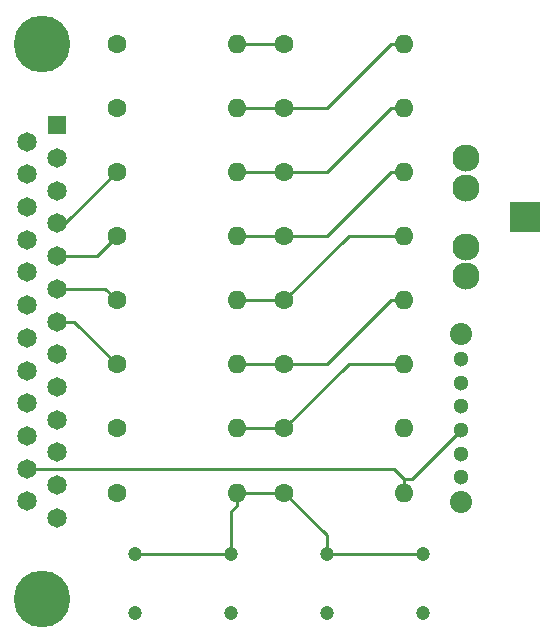
<source format=gbr>
%TF.GenerationSoftware,KiCad,Pcbnew,7.0.10*%
%TF.CreationDate,2024-01-09T13:23:14-06:00*%
%TF.ProjectId,LPT Blaster,4c505420-426c-4617-9374-65722e6b6963,rev?*%
%TF.SameCoordinates,Original*%
%TF.FileFunction,Copper,L1,Top*%
%TF.FilePolarity,Positive*%
%FSLAX46Y46*%
G04 Gerber Fmt 4.6, Leading zero omitted, Abs format (unit mm)*
G04 Created by KiCad (PCBNEW 7.0.10) date 2024-01-09 13:23:14*
%MOMM*%
%LPD*%
G01*
G04 APERTURE LIST*
%TA.AperFunction,ComponentPad*%
%ADD10C,1.600000*%
%TD*%
%TA.AperFunction,ComponentPad*%
%ADD11O,1.600000X1.600000*%
%TD*%
%TA.AperFunction,ComponentPad*%
%ADD12C,4.800000*%
%TD*%
%TA.AperFunction,ComponentPad*%
%ADD13C,1.650000*%
%TD*%
%TA.AperFunction,ComponentPad*%
%ADD14R,1.650000X1.650000*%
%TD*%
%TA.AperFunction,ComponentPad*%
%ADD15C,1.200000*%
%TD*%
%TA.AperFunction,ComponentPad*%
%ADD16C,1.300000*%
%TD*%
%TA.AperFunction,ComponentPad*%
%ADD17C,1.875000*%
%TD*%
%TA.AperFunction,ComponentPad*%
%ADD18R,2.550000X2.550000*%
%TD*%
%TA.AperFunction,ComponentPad*%
%ADD19C,2.300000*%
%TD*%
%TA.AperFunction,Conductor*%
%ADD20C,0.250000*%
%TD*%
G04 APERTURE END LIST*
D10*
%TO.P,R14,1*%
%TO.N,Net-(R13-Pad2)*%
X127640000Y-72957100D03*
D11*
%TO.P,R14,2*%
%TO.N,Net-(R14-Pad2)*%
X137800000Y-72957100D03*
%TD*%
D10*
%TO.P,R3,1*%
%TO.N,D2*%
X113440000Y-56657100D03*
D11*
%TO.P,R3,2*%
%TO.N,Net-(R10-Pad2)*%
X123600000Y-56657100D03*
%TD*%
D10*
%TO.P,R15,1*%
%TO.N,Net-(R14-Pad2)*%
X127640000Y-78378600D03*
D11*
%TO.P,R15,2*%
%TO.N,DAC OUT*%
X137800000Y-78378600D03*
%TD*%
D10*
%TO.P,R8,1*%
%TO.N,D7*%
X113440000Y-83800000D03*
D11*
%TO.P,R8,2*%
%TO.N,DAC OUT*%
X123600000Y-83800000D03*
%TD*%
D10*
%TO.P,R12,1*%
%TO.N,Net-(R11-Pad2)*%
X127640000Y-62114300D03*
D11*
%TO.P,R12,2*%
%TO.N,Net-(R12-Pad2)*%
X137800000Y-62114300D03*
%TD*%
D12*
%TO.P,J2,MH2,MH2*%
%TO.N,unconnected-(J2-PadMH2)*%
X107070000Y-92845000D03*
%TO.P,J2,MH1,MH1*%
%TO.N,unconnected-(J2-PadMH1)*%
X107070000Y-45805000D03*
D13*
%TO.P,J2,25,25*%
%TO.N,GND*%
X105800000Y-84560000D03*
%TO.P,J2,24,24*%
X105800000Y-81790000D03*
%TO.P,J2,23,23*%
X105800000Y-79020000D03*
%TO.P,J2,22,22*%
X105800000Y-76250000D03*
%TO.P,J2,21,21*%
X105800000Y-73480000D03*
%TO.P,J2,20,20*%
X105800000Y-70710000D03*
%TO.P,J2,19,19*%
X105800000Y-67940000D03*
%TO.P,J2,18,18*%
X105800000Y-65170000D03*
%TO.P,J2,17,17*%
%TO.N,unconnected-(J2-Pad17)*%
X105800000Y-62400000D03*
%TO.P,J2,16,16*%
%TO.N,unconnected-(J2-Pad16)*%
X105800000Y-59630000D03*
%TO.P,J2,15,15*%
%TO.N,unconnected-(J2-Pad15)*%
X105800000Y-56860000D03*
%TO.P,J2,14,14*%
%TO.N,unconnected-(J2-Pad14)*%
X105800000Y-54090000D03*
%TO.P,J2,13,13*%
%TO.N,unconnected-(J2-Pad13)*%
X108340000Y-85945000D03*
%TO.P,J2,12,12*%
%TO.N,unconnected-(J2-Pad12)*%
X108340000Y-83175000D03*
%TO.P,J2,11,11*%
%TO.N,unconnected-(J2-Pad11)*%
X108340000Y-80405000D03*
%TO.P,J2,10,10*%
%TO.N,unconnected-(J2-Pad10)*%
X108340000Y-77635000D03*
%TO.P,J2,9,9*%
%TO.N,D7*%
X108340000Y-74865000D03*
%TO.P,J2,8,8*%
%TO.N,D6*%
X108340000Y-72095000D03*
%TO.P,J2,7,7*%
%TO.N,D5*%
X108340000Y-69325000D03*
%TO.P,J2,6,6*%
%TO.N,D4*%
X108340000Y-66555000D03*
%TO.P,J2,5,5*%
%TO.N,D3*%
X108340000Y-63785000D03*
%TO.P,J2,4,4*%
%TO.N,D2*%
X108340000Y-61015000D03*
%TO.P,J2,3,3*%
%TO.N,D1*%
X108340000Y-58245000D03*
%TO.P,J2,2,2*%
%TO.N,D0*%
X108340000Y-55475000D03*
D14*
%TO.P,J2,1,1*%
%TO.N,unconnected-(J2-Pad1)*%
X108340000Y-52705000D03*
%TD*%
D15*
%TO.P,C1,1,1*%
%TO.N,DAC OUT*%
X139400000Y-89000000D03*
%TO.P,C1,2,2*%
%TO.N,Net-(C1-Pad2)*%
X139400000Y-94000000D03*
%TD*%
D10*
%TO.P,R13,1*%
%TO.N,Net-(R12-Pad2)*%
X127640000Y-67535700D03*
D11*
%TO.P,R13,2*%
%TO.N,Net-(R13-Pad2)*%
X137800000Y-67535700D03*
%TD*%
D10*
%TO.P,R2,1*%
%TO.N,D1*%
X113440000Y-51228600D03*
D11*
%TO.P,R2,2*%
%TO.N,Net-(R10-Pad1)*%
X123600000Y-51228600D03*
%TD*%
D10*
%TO.P,R16,1*%
%TO.N,DAC OUT*%
X127640000Y-83800000D03*
D11*
%TO.P,R16,2*%
%TO.N,GND*%
X137800000Y-83800000D03*
%TD*%
D16*
%TO.P,S1,1,1*%
%TO.N,unconnected-(S1-Pad1)*%
X142575000Y-82500000D03*
%TO.P,S1,2,2*%
%TO.N,Net-(C1-Pad2)*%
X142575000Y-80500000D03*
%TO.P,S1,3,3*%
%TO.N,GND*%
X142575000Y-78500000D03*
%TO.P,S1,4,4*%
X142575000Y-76500000D03*
%TO.P,S1,5,5*%
%TO.N,Net-(C2-Pad2)*%
X142575000Y-74500000D03*
%TO.P,S1,6,6*%
%TO.N,Net-(C3-Pad2)*%
X142575000Y-72500000D03*
D17*
%TO.P,S1,MH1,MH1*%
%TO.N,unconnected-(S1-PadMH1)*%
X142575000Y-84600000D03*
%TO.P,S1,MH2,MH2*%
%TO.N,unconnected-(S1-PadMH2)*%
X142575000Y-70400000D03*
%TD*%
D10*
%TO.P,R5,1*%
%TO.N,D4*%
X113440000Y-67514300D03*
D11*
%TO.P,R5,2*%
%TO.N,Net-(R12-Pad2)*%
X123600000Y-67514300D03*
%TD*%
D18*
%TO.P,J1,1,SLEEVE*%
%TO.N,GND*%
X148000000Y-60500000D03*
D19*
%TO.P,J1,2,TIP*%
%TO.N,Filter Out*%
X143000000Y-55500000D03*
%TO.P,J1,3,RING*%
X143000000Y-65500000D03*
%TO.P,J1,10,TIP_SWITCH*%
%TO.N,unconnected-(J1-TIP_SWITCH-Pad10)*%
X143000000Y-58000000D03*
%TO.P,J1,11,RING_SWITCH*%
%TO.N,unconnected-(J1-RING_SWITCH-Pad11)*%
X143000000Y-63000000D03*
%TD*%
D10*
%TO.P,R7,1*%
%TO.N,D6*%
X113440000Y-78371400D03*
D11*
%TO.P,R7,2*%
%TO.N,Net-(R14-Pad2)*%
X123600000Y-78371400D03*
%TD*%
D10*
%TO.P,R10,1*%
%TO.N,Net-(R10-Pad1)*%
X127640000Y-51271400D03*
D11*
%TO.P,R10,2*%
%TO.N,Net-(R10-Pad2)*%
X137800000Y-51271400D03*
%TD*%
D15*
%TO.P,C4,1,1*%
%TO.N,DAC OUT*%
X114980000Y-89000000D03*
%TO.P,C4,2,2*%
%TO.N,Filter Out*%
X114980000Y-94000000D03*
%TD*%
%TO.P,C2,1,1*%
%TO.N,DAC OUT*%
X131260000Y-89000000D03*
%TO.P,C2,2,2*%
%TO.N,Net-(C2-Pad2)*%
X131260000Y-94000000D03*
%TD*%
D10*
%TO.P,R1,1*%
%TO.N,D0*%
X113440000Y-45800000D03*
D11*
%TO.P,R1,2*%
%TO.N,Net-(R1-Pad2)*%
X123600000Y-45800000D03*
%TD*%
D15*
%TO.P,C3,1,1*%
%TO.N,DAC OUT*%
X123120000Y-89000000D03*
%TO.P,C3,2,2*%
%TO.N,Net-(C3-Pad2)*%
X123120000Y-94000000D03*
%TD*%
D10*
%TO.P,R9,1*%
%TO.N,Net-(R1-Pad2)*%
X127640000Y-45850000D03*
D11*
%TO.P,R9,2*%
%TO.N,Net-(R10-Pad1)*%
X137800000Y-45850000D03*
%TD*%
D10*
%TO.P,R11,1*%
%TO.N,Net-(R10-Pad2)*%
X127640000Y-56692900D03*
D11*
%TO.P,R11,2*%
%TO.N,Net-(R11-Pad2)*%
X137800000Y-56692900D03*
%TD*%
D10*
%TO.P,R4,1*%
%TO.N,D3*%
X113440000Y-62085700D03*
D11*
%TO.P,R4,2*%
%TO.N,Net-(R11-Pad2)*%
X123600000Y-62085700D03*
%TD*%
D10*
%TO.P,R6,1*%
%TO.N,D5*%
X113440000Y-72942900D03*
D11*
%TO.P,R6,2*%
%TO.N,Net-(R13-Pad2)*%
X123600000Y-72942900D03*
%TD*%
D20*
%TO.N,Net-(R14-Pad2)*%
X137800000Y-72957100D02*
X136673100Y-72957100D01*
X133061500Y-72957100D02*
X136673100Y-72957100D01*
X127640000Y-78378600D02*
X133061500Y-72957100D01*
X124734100Y-78378600D02*
X127640000Y-78378600D01*
X124726900Y-78371400D02*
X124734100Y-78378600D01*
X123600000Y-78371400D02*
X124726900Y-78371400D01*
%TO.N,Net-(R13-Pad2)*%
X127625800Y-72942900D02*
X127640000Y-72957100D01*
X123600000Y-72942900D02*
X127625800Y-72942900D01*
X131251700Y-72957100D02*
X127640000Y-72957100D01*
X136673100Y-67535700D02*
X131251700Y-72957100D01*
X137800000Y-67535700D02*
X136673100Y-67535700D01*
%TO.N,Net-(R12-Pad2)*%
X137800000Y-62114300D02*
X136673100Y-62114300D01*
X127618600Y-67514300D02*
X127640000Y-67535700D01*
X123600000Y-67514300D02*
X127618600Y-67514300D01*
X133061400Y-62114300D02*
X136673100Y-62114300D01*
X127640000Y-67535700D02*
X133061400Y-62114300D01*
%TO.N,Net-(R11-Pad2)*%
X127611400Y-62085700D02*
X127640000Y-62114300D01*
X123600000Y-62085700D02*
X127611400Y-62085700D01*
X131251700Y-62114300D02*
X127640000Y-62114300D01*
X136673100Y-56692900D02*
X131251700Y-62114300D01*
X137800000Y-56692900D02*
X136673100Y-56692900D01*
%TO.N,Net-(R10-Pad2)*%
X124762700Y-56692900D02*
X124726900Y-56657100D01*
X127640000Y-56692900D02*
X124762700Y-56692900D01*
X123600000Y-56657100D02*
X124726900Y-56657100D01*
X131251600Y-56692900D02*
X127640000Y-56692900D01*
X136673100Y-51271400D02*
X131251600Y-56692900D01*
X137800000Y-51271400D02*
X136673100Y-51271400D01*
%TO.N,Net-(R10-Pad1)*%
X137800000Y-45850000D02*
X136673100Y-45850000D01*
X131251700Y-51271400D02*
X127640000Y-51271400D01*
X136673100Y-45850000D02*
X131251700Y-51271400D01*
X124769700Y-51271400D02*
X124726900Y-51228600D01*
X127640000Y-51271400D02*
X124769700Y-51271400D01*
X123600000Y-51228600D02*
X124726900Y-51228600D01*
%TO.N,Net-(R1-Pad2)*%
X124776900Y-45850000D02*
X124726900Y-45800000D01*
X127640000Y-45850000D02*
X124776900Y-45850000D01*
X123600000Y-45800000D02*
X124726900Y-45800000D01*
%TO.N,D5*%
X109822100Y-69325000D02*
X113440000Y-72942900D01*
X108340000Y-69325000D02*
X109822100Y-69325000D01*
%TO.N,D4*%
X112480700Y-66555000D02*
X113440000Y-67514300D01*
X108340000Y-66555000D02*
X112480700Y-66555000D01*
%TO.N,D3*%
X111740700Y-63785000D02*
X113440000Y-62085700D01*
X108340000Y-63785000D02*
X111740700Y-63785000D01*
%TO.N,D2*%
X109082100Y-61015000D02*
X113440000Y-56657100D01*
X108340000Y-61015000D02*
X109082100Y-61015000D01*
%TO.N,GND*%
X138401900Y-82673100D02*
X137800000Y-82673100D01*
X142575000Y-78500000D02*
X138401900Y-82673100D01*
X137800000Y-83800000D02*
X137800000Y-82673100D01*
X136916900Y-81790000D02*
X137800000Y-82673100D01*
X105800000Y-81790000D02*
X136916900Y-81790000D01*
%TO.N,DAC OUT*%
X123600000Y-83800000D02*
X124726900Y-83800000D01*
X127640000Y-83800000D02*
X124726900Y-83800000D01*
X123600000Y-83800000D02*
X123600000Y-84926900D01*
X123120000Y-89000000D02*
X114980000Y-89000000D01*
X123120000Y-85406900D02*
X123600000Y-84926900D01*
X123120000Y-89000000D02*
X123120000Y-85406900D01*
X139400000Y-89000000D02*
X131260000Y-89000000D01*
X131260000Y-87420000D02*
X127640000Y-83800000D01*
X131260000Y-89000000D02*
X131260000Y-87420000D01*
%TD*%
M02*

</source>
